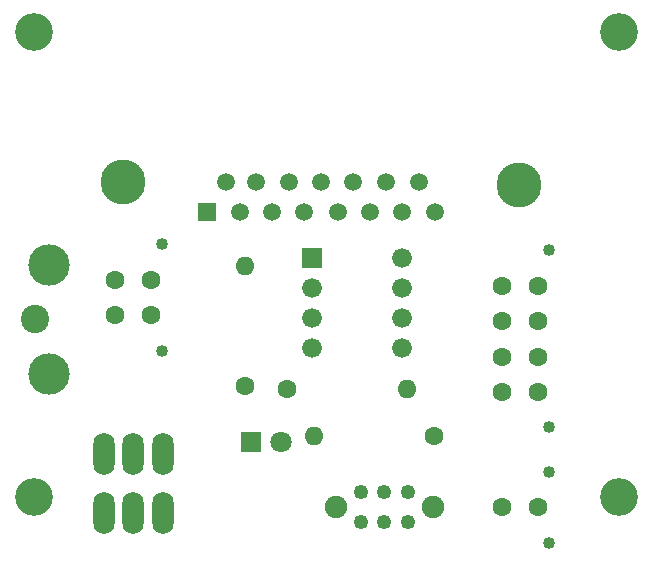
<source format=gbr>
G04 #@! TF.FileFunction,Soldermask,Top*
%FSLAX46Y46*%
G04 Gerber Fmt 4.6, Leading zero omitted, Abs format (unit mm)*
G04 Created by KiCad (PCBNEW 4.0.7-e0-6372~58~ubuntu16.04.1) date Wed Aug 16 12:04:21 2017*
%MOMM*%
%LPD*%
G01*
G04 APERTURE LIST*
%ADD10C,0.100000*%
%ADD11R,1.800000X1.800000*%
%ADD12C,1.800000*%
%ADD13C,1.600000*%
%ADD14C,1.020000*%
%ADD15C,3.810000*%
%ADD16R,1.520000X1.520000*%
%ADD17C,1.520000*%
%ADD18O,1.600000X1.600000*%
%ADD19C,1.250000*%
%ADD20C,1.900000*%
%ADD21R,1.676400X1.676400*%
%ADD22C,1.676400*%
%ADD23O,1.800000X3.600000*%
%ADD24C,3.200000*%
%ADD25C,3.500000*%
%ADD26C,2.400000*%
G04 APERTURE END LIST*
D10*
D11*
X154250000Y-85500000D03*
D12*
X156790000Y-85500000D03*
D13*
X175500000Y-91000000D03*
X178500000Y-91000000D03*
D14*
X179440000Y-88000000D03*
X179440000Y-94000000D03*
D13*
X142750000Y-74750000D03*
X142750000Y-71750000D03*
X145750000Y-74750000D03*
X145750000Y-71750000D03*
D14*
X146690000Y-68750000D03*
X146690000Y-77750000D03*
D13*
X175500000Y-81250000D03*
X175500000Y-78250000D03*
X175500000Y-75250000D03*
X175500000Y-72250000D03*
X178500000Y-81250000D03*
X178500000Y-78250000D03*
X178500000Y-75250000D03*
X178500000Y-72250000D03*
D14*
X179440000Y-69250000D03*
X179440000Y-84250000D03*
D15*
X176920000Y-63710000D03*
X143390000Y-63460000D03*
D16*
X150500000Y-66000000D03*
D17*
X153290000Y-66000000D03*
X155960000Y-66000000D03*
X158750000Y-66000000D03*
X161550000Y-66000000D03*
X164340000Y-66000000D03*
X167010000Y-66000000D03*
X169800000Y-66000000D03*
X152070000Y-63460000D03*
X154610000Y-63460000D03*
X157410000Y-63460000D03*
X160150000Y-63460000D03*
X162900000Y-63460000D03*
X165690000Y-63460000D03*
X168430000Y-63460000D03*
D13*
X153750000Y-80750000D03*
D18*
X153750000Y-70590000D03*
D13*
X157250000Y-81000000D03*
D18*
X167410000Y-81000000D03*
D13*
X169750000Y-85000000D03*
D18*
X159590000Y-85000000D03*
D19*
X167500000Y-92250000D03*
X165500000Y-92250000D03*
X163500000Y-92250000D03*
X167500000Y-89750000D03*
X165500000Y-89750000D03*
X163500000Y-89750000D03*
D20*
X169600000Y-91000000D03*
X161400000Y-91000000D03*
D21*
X159380000Y-69880000D03*
D22*
X159380000Y-72420000D03*
X159380000Y-74960000D03*
X159380000Y-77500000D03*
X167000000Y-77500000D03*
X167000000Y-74960000D03*
X167000000Y-72420000D03*
X167000000Y-69880000D03*
D23*
X146750000Y-91500000D03*
X146750000Y-86500000D03*
X144250000Y-91500000D03*
X144250000Y-86500000D03*
X141750000Y-91500000D03*
X141750000Y-86500000D03*
D24*
X185420000Y-50800000D03*
X135890000Y-50800000D03*
X135890000Y-90170000D03*
X185420000Y-90170000D03*
D25*
X137160000Y-70485000D03*
D26*
X135960000Y-75085000D03*
D25*
X137160000Y-79685000D03*
M02*

</source>
